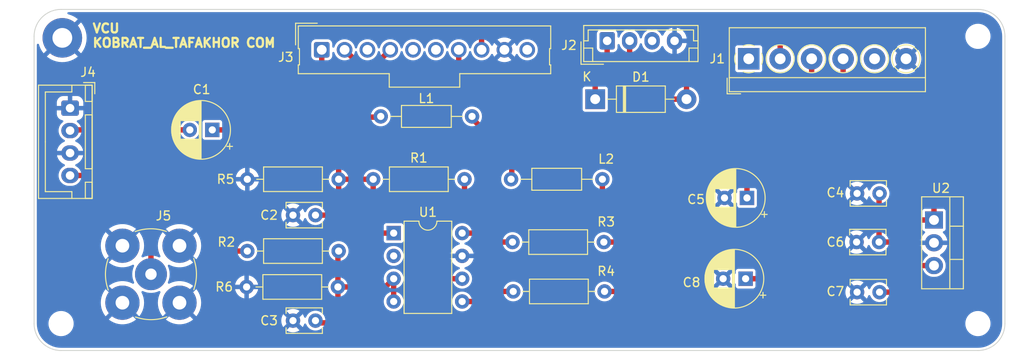
<source format=kicad_pcb>
(kicad_pcb (version 20221018) (generator pcbnew)
  (layers (0 "F.Cu" signal) (31 "B.Cu" power) (34 "B.Paste" user) (35 "F.Paste" user) (36 "B.SilkS" user "B.Silkscreen") (37 "F.SilkS" user "F.Silkscreen") (38 "B.Mask" user) (39 "F.Mask" user) (44 "Edge.Cuts" user))
  (net 0 "")
  (net 1 "Net-(U1-Vin)")
  (net 2 "/Video_1_to_C1")
  (net 3 "GND")
  (net 4 "Net-(U1-Vinb)")
  (net 5 "+8V")
  (net 6 "12V")
  (net 7 "Net-(U1-Vout)")
  (net 8 "Net-(U1-Voutb)")
  (net 10 "/TWISTED_PAIR_out_to_J2")
  (net 11 "/TWISTED_PAIR_outb_to_J2")
  (net 13 "/Video_2_to_J5")
  (net 14 "Net-(D1-A)")
  (net 15 "Net-(J3-Pin_7)")
  (net 16 "Net-(D1-K)")
  (net 18 "/J1_2_to_J3_8")
  (net 20 "/J3_1_to_L2")
  (net 21 "Net-(J3-Pin_2)")
  (footprint "Capacitor_THT:C_Disc_D3.8mm_W2.6mm_P2.50mm" (layer "F.Cu") (at 187.36 104 180)
    (fp_text reference "C6" (at 4.86 0 180) (layer "F.SilkS"))
    (fp_text value "100n")
    (pad "1" thru_hole circle (at 0 0 180) (size 1.6 1.6) (drill 0.8) (layers "*.Cu" "*.Mask") (net 6 "12V"))
    (pad "2" thru_hole circle (at 2.5 0 180) (size 1.6 1.6) (drill 0.8) (layers "*.Cu" "*.Mask") (net 3 "GND"))
  )
  (footprint "Package_DIP:DIP-8_W7.62mm" (layer "F.Cu") (at 133.36 103)
    (fp_text reference "U1" (at 3.81 -2.33) (layer "F.SilkS"))
    (fp_text value "EL2140")
    (pad "1" thru_hole rect (at 0 0) (size 1.6 1.6) (drill 0.8) (layers "*.Cu" "*.Mask") (net 1 "Net-(U1-Vin)"))
    (pad "2" thru_hole oval (at 0 2.54) (size 1.6 1.6) (drill 0.8) (layers "*.Cu" "*.Mask"))
    (pad "3" thru_hole oval (at 0 5.08) (size 1.6 1.6) (drill 0.8) (layers "*.Cu" "*.Mask") (net 4 "Net-(U1-Vinb)"))
    (pad "4" thru_hole oval (at 0 7.62) (size 1.6 1.6) (drill 0.8) (layers "*.Cu" "*.Mask") (net 4 "Net-(U1-Vinb)"))
    (pad "5" thru_hole oval (at 7.62 7.62) (size 1.6 1.6) (drill 0.8) (layers "*.Cu" "*.Mask") (net 8 "Net-(U1-Voutb)"))
    (pad "6" thru_hole oval (at 7.62 5.08) (size 1.6 1.6) (drill 0.8) (layers "*.Cu" "*.Mask") (net 5 "+8V"))
    (pad "7" thru_hole oval (at 7.62 2.54) (size 1.6 1.6) (drill 0.8) (layers "*.Cu" "*.Mask") (net 3 "GND"))
    (pad "8" thru_hole oval (at 7.62 0) (size 1.6 1.6) (drill 0.8) (layers "*.Cu" "*.Mask") (net 7 "Net-(U1-Vout)"))
  )
  (footprint "Connector_JST:JST_EH_B4B-EH-A_1x04_P2.50mm_Vertical" (layer "F.Cu") (at 157.11 81.58)
    (fp_text reference "J2" (at -4.25 0.5 180) (layer "F.SilkS"))
    (fp_text value "LEMO4")
    (pad "1" thru_hole roundrect (at 0 0) (size 1.7 1.95) (drill 0.95) (layers "*.Cu" "*.Mask") (roundrect_rratio 0.1470588235) (net 16 "Net-(D1-K)"))
    (pad "2" thru_hole oval (at 2.5 0) (size 1.7 1.95) (drill 0.95) (layers "*.Cu" "*.Mask") (net 14 "Net-(D1-A)"))
    (pad "3" thru_hole oval (at 5 0) (size 1.7 1.95) (drill 0.95) (layers "*.Cu" "*.Mask"))
    (pad "4" thru_hole oval (at 7.5 0) (size 1.7 1.95) (drill 0.95) (layers "*.Cu" "*.Mask") (net 3 "GND"))
  )
  (footprint "Resistor_THT:R_Axial_DIN0207_L6.3mm_D2.5mm_P10.16mm_Horizontal" (layer "F.Cu") (at 146.58 104)
    (fp_text reference "R3" (at 10.42 -2.25) (layer "F.SilkS"))
    (fp_text value "50R" hide)
    (pad "1" thru_hole circle (at 0 0) (size 1.6 1.6) (drill 0.8) (layers "*.Cu" "*.Mask") (net 7 "Net-(U1-Vout)"))
    (pad "2" thru_hole oval (at 10.16 0) (size 1.6 1.6) (drill 0.8) (layers "*.Cu" "*.Mask") (net 10 "/TWISTED_PAIR_out_to_J2"))
  )
  (footprint "Package_TO_SOT_THT:TO-220-3_Vertical" (layer "F.Cu") (at 193.47 101.54 -90)
    (fp_text reference "U2" (at -3.54 -0.78) (layer "F.SilkS"))
    (fp_text value "LM7808_TO220")
    (pad "1" thru_hole rect (at 0 0 270) (size 1.905 2) (drill 1.1) (layers "*.Cu" "*.Mask") (net 6 "12V"))
    (pad "2" thru_hole oval (at 2.54 0 270) (size 1.905 2) (drill 1.1) (layers "*.Cu" "*.Mask") (net 3 "GND"))
    (pad "3" thru_hole oval (at 5.08 0 270) (size 1.905 2) (drill 1.1) (layers "*.Cu" "*.Mask") (net 5 "+8V"))
  )
  (footprint "Resistor_THT:R_Axial_DIN0207_L6.3mm_D2.5mm_P10.16mm_Horizontal" (layer "F.Cu") (at 117.08 105)
    (fp_text reference "R2" (at -2.33 -1) (layer "F.SilkS"))
    (fp_text value "10k" hide)
    (pad "1" thru_hole circle (at 0 0) (size 1.6 1.6) (drill 0.8) (layers "*.Cu" "*.Mask") (net 5 "+8V"))
    (pad "2" thru_hole oval (at 10.16 0) (size 1.6 1.6) (drill 0.8) (layers "*.Cu" "*.Mask") (net 4 "Net-(U1-Vinb)"))
  )
  (footprint "Connector_Coaxial:BNC_TEConnectivity_1478204_Vertical" (layer "F.Cu") (at 106.36 107.58 180)
    (fp_text reference "J5" (at -1.39 6.5 180) (layer "F.SilkS"))
    (fp_text value "Conn_Coaxial" hide)
    (pad "1" thru_hole circle (at 0 0 180) (size 3.556 3.556) (drill 1.27) (layers "*.Cu" "*.Mask") (net 13 "/Video_2_to_J5"))
    (pad "2" thru_hole circle (at -3.175 -3.175 180) (size 3.81 3.81) (drill 1.524) (layers "*.Cu" "*.Mask") (net 3 "GND"))
    (pad "2" thru_hole circle (at -3.175 3.175 180) (size 3.81 3.81) (drill 1.524) (layers "*.Cu" "*.Mask") (net 3 "GND"))
    (pad "2" thru_hole circle (at 3.175 -3.175 180) (size 3.81 3.81) (drill 1.524) (layers "*.Cu" "*.Mask") (net 3 "GND"))
    (pad "2" thru_hole circle (at 3.175 3.175 180) (size 3.81 3.81) (drill 1.524) (layers "*.Cu" "*.Mask") (net 3 "GND"))
  )
  (footprint "MountingHole:MountingHole_2.2mm_M2" (layer "F.Cu") (at 198.36 113.08)
    (fp_text reference "H3")
    (fp_text value "MountingHole")
    (pad "" np_thru_hole circle (at 0 0) (size 2.2 2.2) (drill 2.2) (layers "*.Cu" "*.Mask"))
  )
  (footprint "TerminalBlock_4Ucon:TerminalBlock_4Ucon_1x06_P3.50mm_Horizontal" (layer "F.Cu") (at 172.86 83.58)
    (fp_text reference "J1" (at -3.5 0 180) (layer "F.SilkS"))
    (fp_text value "LEMO6")
    (pad "1" thru_hole rect (at 0 0) (size 2.4 2.4) (drill 1.2) (layers "*.Cu" "*.Mask"))
    (pad "2" thru_hole circle (at 3.5 0) (size 2.4 2.4) (drill 1.2) (layers "*.Cu" "*.Mask") (net 18 "/J1_2_to_J3_8"))
    (pad "3" thru_hole circle (at 7 0) (size 2.4 2.4) (drill 1.2) (layers "*.Cu" "*.Mask") (net 10 "/TWISTED_PAIR_out_to_J2"))
    (pad "4" thru_hole circle (at 10.5 0) (size 2.4 2.4) (drill 1.2) (layers "*.Cu" "*.Mask") (net 11 "/TWISTED_PAIR_outb_to_J2"))
    (pad "5" thru_hole circle (at 14 0) (size 2.4 2.4) (drill 1.2) (layers "*.Cu" "*.Mask"))
    (pad "6" thru_hole circle (at 17.5 0) (size 2.4 2.4) (drill 1.2) (layers "*.Cu" "*.Mask") (net 3 "GND"))
  )
  (footprint "Resistor_THT:R_Axial_DIN0207_L6.3mm_D2.5mm_P10.16mm_Horizontal" (layer "F.Cu") (at 127.16 109 180)
    (fp_text reference "R6" (at 12.66 0) (layer "F.SilkS"))
    (fp_text value "10k" hide)
    (pad "1" thru_hole circle (at 0 0 180) (size 1.6 1.6) (drill 0.8) (layers "*.Cu" "*.Mask") (net 4 "Net-(U1-Vinb)"))
    (pad "2" thru_hole oval (at 10.16 0 180) (size 1.6 1.6) (drill 0.8) (layers "*.Cu" "*.Mask") (net 3 "GND"))
  )
  (footprint "Inductor_THT:L_Axial_L5.3mm_D2.2mm_P10.16mm_Horizontal_Vishay_IM-1" (layer "F.Cu") (at 131.92 90)
    (fp_text reference "L1" (at 5.08 -2) (layer "F.SilkS"))
    (fp_text value "1uf")
    (pad "1" thru_hole circle (at 0 0) (size 1.6 1.6) (drill 0.8) (layers "*.Cu" "*.Mask") (net 20 "/J3_1_to_L2"))
    (pad "2" thru_hole oval (at 10.16 0) (size 1.6 1.6) (drill 0.8) (layers "*.Cu" "*.Mask") (net 14 "Net-(D1-A)"))
  )
  (footprint "Resistor_THT:R_Axial_DIN0207_L6.3mm_D2.5mm_P10.16mm_Horizontal" (layer "F.Cu") (at 131.08 97)
    (fp_text reference "R1" (at 5.08 -2.37) (layer "F.SilkS"))
    (fp_text value "10k" hide)
    (pad "1" thru_hole circle (at 0 0) (size 1.6 1.6) (drill 0.8) (layers "*.Cu" "*.Mask") (net 1 "Net-(U1-Vin)"))
    (pad "2" thru_hole oval (at 10.16 0) (size 1.6 1.6) (drill 0.8) (layers "*.Cu" "*.Mask") (net 5 "+8V"))
  )
  (footprint "MountingHole:MountingHole_2.2mm_M2" (layer "F.Cu") (at 198.36 81.08)
    (fp_text reference "H2")
    (fp_text value "MountingHole")
    (pad "" np_thru_hole circle (at 0 0) (size 2.2 2.2) (drill 2.2) (layers "*.Cu" "*.Mask"))
  )
  (footprint "Capacitor_THT:C_Disc_D3.8mm_W2.6mm_P2.50mm" (layer "F.Cu") (at 187.415 98.58 180)
    (fp_text reference "C4" (at 4.915 0.08 180) (layer "F.SilkS"))
    (fp_text value "100n")
    (pad "1" thru_hole circle (at 0 0 180) (size 1.6 1.6) (drill 0.8) (layers "*.Cu" "*.Mask") (net 6 "12V"))
    (pad "2" thru_hole circle (at 2.5 0 180) (size 1.6 1.6) (drill 0.8) (layers "*.Cu" "*.Mask") (net 3 "GND"))
  )
  (footprint "Inductor_THT:L_Axial_L5.3mm_D2.2mm_P10.16mm_Horizontal_Vishay_IM-1" (layer "F.Cu") (at 156.58 97 180)
    (fp_text reference "L2" (at -0.42 2.25) (layer "F.SilkS"))
    (fp_text value "1uf")
    (pad "1" thru_hole circle (at 0 0 180) (size 1.6 1.6) (drill 0.8) (layers "*.Cu" "*.Mask") (net 6 "12V"))
    (pad "2" thru_hole oval (at 10.16 0 180) (size 1.6 1.6) (drill 0.8) (layers "*.Cu" "*.Mask") (net 15 "Net-(J3-Pin_7)"))
  )
  (footprint "Capacitor_THT:C_Disc_D3.8mm_W2.6mm_P2.50mm" (layer "F.Cu") (at 124.66 112.75 180)
    (fp_text reference "C3" (at 5.16 0 180) (layer "F.SilkS"))
    (fp_text value "100n")
    (pad "1" thru_hole circle (at 0 0 180) (size 1.6 1.6) (drill 0.8) (layers "*.Cu" "*.Mask") (net 4 "Net-(U1-Vinb)"))
    (pad "2" thru_hole circle (at 2.5 0 180) (size 1.6 1.6) (drill 0.8) (layers "*.Cu" "*.Mask") (net 3 "GND"))
  )
  (footprint "Capacitor_THT:CP_Radial_D6.3mm_P2.50mm" (layer "F.Cu") (at 172.512651 108.08 180)
    (fp_text reference "C8" (at 6.012651 -0.42 180) (layer "F.SilkS"))
    (fp_text value "100u")
    (pad "1" thru_hole rect (at 0 0 180) (size 1.6 1.6) (drill 0.8) (layers "*.Cu" "*.Mask") (net 5 "+8V"))
    (pad "2" thru_hole circle (at 2.5 0 180) (size 1.6 1.6) (drill 0.8) (layers "*.Cu" "*.Mask") (net 3 "GND"))
  )
  (footprint "Diode_THT:D_DO-41_SOD81_P10.16mm_Horizontal" (layer "F.Cu") (at 155.78 88.08)
    (fp_text reference "D1" (at 5.08 -2.47) (layer "F.SilkS"))
    (fp_text value "1N4007")
    (fp_text user "K" (at -0.92 -2.5) (layer "F.SilkS"))
    (pad "1" thru_hole rect (at 0 0) (size 2.2 2.2) (drill 1.1) (layers "*.Cu" "*.Mask") (net 16 "Net-(D1-K)"))
    (pad "2" thru_hole oval (at 10.16 0) (size 2.2 2.2) (drill 1.1) (layers "*.Cu" "*.Mask") (net 14 "Net-(D1-A)"))
  )
  (footprint "Capacitor_THT:C_Disc_D3.8mm_W2.6mm_P2.50mm" (layer "F.Cu") (at 187.415 109.58 180)
    (fp_text reference "C7" (at 4.915 0.08 180) (layer "F.SilkS"))
    (fp_text value "100n")
    (pad "1" thru_hole circle (at 0 0 180) (size 1.6 1.6) (drill 0.8) (layers "*.Cu" "*.Mask") (net 5 "+8V"))
    (pad "2" thru_hole circle (at 2.5 0 180) (size 1.6 1.6) (drill 0.8) (layers "*.Cu" "*.Mask") (net 3 "GND"))
  )
  (footprint "Resistor_THT:R_Axial_DIN0207_L6.3mm_D2.5mm_P10.16mm_Horizontal" (layer "F.Cu") (at 146.66 109.5)
    (fp_text reference "R4" (at 10.34 -2.25) (layer "F.SilkS"))
    (fp_text value "50R" hide)
    (pad "1" thru_hole circle (at 0 0) (size 1.6 1.6) (drill 0.8) (layers "*.Cu" "*.Mask") (net 8 "Net-(U1-Voutb)"))
    (pad "2" thru_hole oval (at 10.16 0) (size 1.6 1.6) (drill 0.8) (layers "*.Cu" "*.Mask") (net 11 "/TWISTED_PAIR_outb_to_J2"))
  )
  (footprint "MountingHole:MountingHole_2.2mm_M2" (layer "F.Cu") (at 96.36 113.08)
    (fp_text reference "H4")
    (fp_text value "MountingHole")
    (pad "" np_thru_hole circle (at 0 0) (size 2.2 2.2) (drill 2.2) (layers "*.Cu" "*.Mask"))
  )
  (footprint "Resistor_THT:R_Axial_DIN0207_L6.3mm_D2.5mm_P10.16mm_Horizontal" (layer "F.Cu") (at 127.24 97 180)
    (fp_text reference "R5" (at 12.58 0) (layer "F.SilkS"))
    (fp_text value "75R" hide)
    (pad "1" thru_hole circle (at 0 0 180) (size 1.6 1.6) (drill 0.8) (layers "*.Cu" "*.Mask") (net 1 "Net-(U1-Vin)"))
    (pad "2" thru_hole oval (at 10.16 0 180) (size 1.6 1.6) (drill 0.8) (layers "*.Cu" "*.Mask") (net 3 "GND"))
  )
  (footprint "Connector_JST:JST_XH_B4B-XH-A_1x04_P2.50mm_Vertical" (layer "F.Cu") (at 97.36 89.08 -90)
    (fp_text reference "J4" (at -4 -2) (layer "F.SilkS"))
    (fp_text value "Conn_01x04_Male")
    (pad "1" thru_hole roundrect (at 0 0 270) (size 1.7 1.95) (drill 0.95) (layers "*.Cu" "*.Mask") (roundrect_rratio 0.1470588235) (net 3 "GND"))
    (pad "2" thru_hole oval (at 2.5 0 270) (size 1.7 1.95) (drill 0.95) (layers "*.Cu" "*.Mask") (net 2 "/Video_1_to_C1"))
    (pad "3" thru_hole oval (at 5 0 270) (size 1.7 1.95) (drill 0.95) (layers "*.Cu" "*.Mask") (net 3 "GND"))
    (pad "4" thru_hole oval (at 7.5 0 270) (size 1.7 1.95) (drill 0.95) (layers "*.Cu" "*.Mask") (net 13 "/Video_2_to_J5"))
  )
  (footprint "Capacitor_THT:CP_Radial_D6.3mm_P2.50mm" (layer "F.Cu") (at 172.665302 99.08 180)
    (fp_text reference "C5" (at 5.665302 -0.17 180) (layer "F.SilkS"))
    (fp_text value "4u7")
    (pad "1" thru_hole rect (at 0 0 180) (size 1.6 1.6) (drill 0.8) (layers "*.Cu" "*.Mask") (net 6 "12V"))
    (pad "2" thru_hole circle (at 2.5 0 180) (size 1.6 1.6) (drill 0.8) (layers "*.Cu" "*.Mask") (net 3 "GND"))
  )
  (footprint "Capacitor_THT:C_Disc_D3.8mm_W2.6mm_P2.50mm" (layer "F.Cu") (at 124.66 101 180)
    (fp_text reference "C2" (at 5.16 0 180) (layer "F.SilkS"))
    (fp_text value "680p")
    (pad "1" thru_hole circle (at 0 0 180) (size 1.6 1.6) (drill 0.8) (layers "*.Cu" "*.Mask") (net 1 "Net-(U1-Vin)"))
    (pad "2" thru_hole circle (at 2.5 0 180) (size 1.6 1.6) (drill 0.8) (layers "*.Cu" "*.Mask") (net 3 "GND"))
  )
  (footprint "Capacitor_THT:CP_Radial_D6.3mm_P2.50mm" (layer "F.Cu") (at 113.18238 91.5 180)
    (fp_text reference "C1" (at 1.18238 4.5 180) (layer "F.SilkS"))
    (fp_text value "220u")
    (pad "1" thru_hole rect (at 0 0 180) (size 1.6 1.6) (drill 0.8) (layers "*.Cu" "*.Mask") (net 1 "Net-(U1-Vin)"))
    (pad "2" thru_hole circle (at 2.5 0 180) (size 1.6 1.6) (drill 0.8) (layers "*.Cu" "*.Mask") (net 2 "/Video_1_to_C1"))
  )
  (footprint "MountingHole:MountingHole_2.2mm_M2_Pad" (layer "F.Cu") (at 96.5 81.25)
    (fp_text reference "H1")
    (fp_text value "MountingHole_Pad")
    (pad "1" thru_hole circle (at 0 0) (size 4.4 4.4) (drill 2.2) (layers "*.Cu" "*.Mask") (net 3 "GND"))
  )
  (footprint "Connector_Molex:Molex_SL_171971-0010_1x10_P2.54mm_Vertical" (layer "F.Cu") (at 125.36 82.58)
    (fp_text reference "J3" (at -4 0.825) (layer "F.SilkS"))
    (fp_text value "Conn_01x10_Male")
    (pad "1" thru_hole roundrect (at 0 0) (size 1.74 1.74) (drill 1.09) (layers "*.Cu" "*.Mask") (roundrect_rratio 0.1436781609) (net 20 "/J3_1_to_L2"))
    (pad "2" thru_hole circle (at 2.54 0) (size 1.74 1.74) (drill 1.09) (layers "*.Cu" "*.Mask") (net 21 "Net-(J3-Pin_2)"))
    (pad "3" thru_hole circle (at 5.08 0) (size 1.74 1.74) (drill 1.09) (layers "*.Cu" "*.Mask"))
    (pad "4" thru_hole circle (at 7.62 0) (size 1.74 1.74) (drill 1.09) (layers "*.Cu" "*.Mask") (net 21 "Net-(J3-Pin_2)"))
    (pad "5" thru_hole circle (at 10.16 0) (size 1.74 1.74) (drill 1.09) (layers "*.Cu" "*.Mask"))
    (pad "6" thru_hole circle (at 12.7 0) (size 1.74 1.74) (drill 1.09) (layers "*.Cu" "*.Mask"))
    (pad "7" thru_hole circle (at 15.24 0) (size 1.74 1.74) (drill 1.09) (layers "*.Cu" "*.Mask") (net 15 "Net-(J3-Pin_7)"))
    (pad "8" thru_hole circle (at 17.78 0) (size 1.74 1.74) (drill 1.09) (layers "*.Cu" "*.Mask") (net 18 "/J1_2_to_J3_8"))
    (pad "9" thru_hole circle (at 20.32 0) (size 1.74 1.74) (drill 1.09) (layers "*.Cu" "*.Mask") (net 3 "GND"))
    (pad "10" thru_hole circle (at 22.86 0) (size 1.74 1.74) (drill 1.09) (layers "*.Cu" "*.Mask"))
  )
  (gr_arc (start 93.36 81.08) (mid 94.23868 78.95868) (end 96.36 78.08) (stroke (width 0.1)) (layer "Edge.Cuts"))
  (gr_arc (start 201.36 113.08) (mid 200.48132 115.20132) (end 198.36 116.08) (stroke (width 0.1)) (layer "Edge.Cuts"))
  (gr_arc (start 198.36 78.08) (mid 200.48132 78.95868) (end 201.36 81.08) (stroke (width 0.1)) (layer "Edge.Cuts"))
  (gr_line (start 198.36 78.08) (end 96.36 78.08) (stroke (width 0.1)) (layer "Edge.Cuts"))
  (gr_arc (start 96.36 116.08) (mid 94.23868 115.20132) (end 93.36 113.08) (stroke (width 0.1)) (layer "Edge.Cuts"))
  (gr_line (start 201.36 81.08) (end 201.36 113.08) (stroke (width 0.1)) (layer "Edge.Cuts"))
  (gr_line (start 96.36 116.08) (end 198.36 116.08) (stroke (width 0.1)) (layer "Edge.Cuts"))
  (gr_line (start 93.36 81.08) (end 93.36 113.08) (stroke (width 0.1)) (layer "Edge.Cuts"))
  (gr_text "VCU\nKOBRAT_AL_TAFAKHOR COM" (at 99.75 81) (layer "F.SilkS") (effects (font (size 1 1) (thickness 0.25)) (justify left)))
  (segment (start 124.66 101) (end 126.36 101) (width 0.6) (layer "F.Cu") (net 1))
  (segment (start 131.08 97) (end 127.24 97) (width 0.6) (layer "F.Cu") (net 1))
  (segment (start 126.36 101) (end 127.24 100.12) (width 0.6) (layer "F.Cu") (net 1))
  (segment (start 131.08 97) (end 131.08 102.3) (width 0.6) (layer "F.Cu") (net 1))
  (segment (start 127.24 94.46) (end 127.24 97) (width 0.6) (layer "F.Cu") (net 1))
  (segment (start 131.08 102.3) (end 131.78 103) (width 0.6) (layer "F.Cu") (net 1))
  (segment (start 125.86 93.08) (end 127.24 94.46) (width 0.6) (layer "F.Cu") (net 1))
  (segment (start 127.24 100.12) (end 127.24 97) (width 0.6) (layer "F.Cu") (net 1))
  (segment (start 115.5 91.5) (end 117.08 93.08) (width 0.6) (layer "F.Cu") (net 1))
  (segment (start 113.18238 91.5) (end 115.5 91.5) (width 0.6) (layer "F.Cu") (net 1))
  (segment (start 117.08 93.08) (end 125.86 93.08) (width 0.6) (layer "F.Cu") (net 1))
  (segment (start 131.78 103) (end 133.36 103) (width 0.6) (layer "F.Cu") (net 1))
  (segment (start 97.44 91.5) (end 97.36 91.58) (width 0.6) (layer "F.Cu") (net 2))
  (segment (start 110.68238 91.5) (end 97.44 91.5) (width 0.6) (layer "F.Cu") (net 2))
  (segment (start 126.36 113) (end 127.16 112.2) (width 0.6) (layer "F.Cu") (net 4))
  (segment (start 127.16 105.08) (end 127.24 105) (width 0.6) (layer "F.Cu") (net 4))
  (segment (start 132.44 109) (end 133.36 108.08) (width 0.6) (layer "F.Cu") (net 4))
  (segment (start 127.16 112.2) (end 127.16 109) (width 0.6) (layer "F.Cu") (net 4))
  (segment (start 133.36 110.62) (end 133.36 108.08) (width 0.6) (layer "F.Cu") (net 4))
  (segment (start 127.16 109) (end 132.44 109) (width 0.6) (layer "F.Cu") (net 4))
  (segment (start 127.16 109) (end 127.16 105.08) (width 0.6) (layer "F.Cu") (net 4))
  (segment (start 124.66 113) (end 126.36 113) (width 0.6) (layer "F.Cu") (net 4))
  (segment (start 141.24 97) (end 141.24 98.7) (width 0.6) (layer "F.Cu") (net 5))
  (segment (start 189.979 109.58) (end 190 109.601) (width 0.25) (layer "F.Cu") (net 5))
  (segment (start 176.36 113.89) (end 176.36 108.966) (width 0.6) (layer "F.Cu") (net 5))
  (segment (start 136.86 114.75) (end 115.36 114.75) (width 0.6) (layer "F.Cu") (net 5))
  (segment (start 138.36 108.08) (end 137.36 109.08) (width 0.6) (layer "F.Cu") (net 5))
  (segment (start 114.36 105.58) (end 114.94 105) (width 0.6) (layer "F.Cu") (net 5))
  (segment (start 141.24 98.7) (end 137.36 102.58) (width 0.6) (layer "F.Cu") (net 5))
  (segment (start 140.98 108.08) (end 138.36 108.08) (width 0.6) (layer "F.Cu") (net 5))
  (segment (start 175.5 114.75) (end 176.36 113.89) (width 0.6) (layer "F.Cu") (net 5))
  (segment (start 188.92 114.75) (end 173.36 114.75) (width 0.6) (layer "F.Cu") (net 5))
  (segment (start 190 109.601) (end 190 107.322) (width 0.6) (layer "F.Cu") (net 5))
  (segment (start 190 113.75) (end 190 109.601) (width 0.6) (layer "F.Cu") (net 5))
  (segment (start 137.36 114) (end 136.61 114.75) (width 0.6) (layer "F.Cu") (net 5))
  (segment (start 137.36 102.58) (end 137.36 109.08) (width 0.6) (layer "F.Cu") (net 5))
  (segment (start 137 114.75) (end 173.5 114.75) (width 0.6) (layer "F.Cu") (net 5))
  (segment (start 190 113.75) (end 189 114.75) (width 0.6) (layer "F.Cu") (net 5))
  (segment (start 190 107.322) (end 190.702 106.62) (width 0.6) (layer "F.Cu") (net 5))
  (segment (start 115.36 114.75) (end 114.36 113.75) (width 0.6) (layer "F.Cu") (net 5))
  (segment (start 172.512651 108.08) (end 175.474 108.08) (width 0.6) (layer "F.Cu") (net 5))
  (segment (start 114.94 105) (end 117.08 105) (width 0.6) (layer "F.Cu") (net 5))
  (segment (start 172.512651 107.732651) (end 172.512651 108.08) (width 0.6) (layer "F.Cu") (net 5))
  (segment (start 193.47 106.62) (end 190.702 106.62) (width 0.6) (layer "F.Cu") (net 5))
  (segment (start 137.36 109.08) (end 137.36 114) (width 0.6) (layer "F.Cu") (net 5))
  (segment (start 187.415 109.58) (end 189.979 109.58) (width 0.6) (layer "F.Cu") (net 5))
  (segment (start 175.474 108.08) (end 176.36 108.966) (width 0.6) (layer "F.Cu") (net 5))
  (segment (start 114.36 113.75) (end 114.36 105.58) (width 0.6) (layer "F.Cu") (net 5))
  (segment (start 151.892 102.108) (end 153.416 100.584) (width 0.6) (layer "F.Cu") (net 6))
  (segment (start 191.87 94.08) (end 174.625 94.08) (width 0.6) (layer "F.Cu") (net 6))
  (segment (start 153.416 111.76) (end 151.892 110.236) (width 0.6) (layer "F.Cu") (net 6))
  (segment (start 156.58 99.452) (end 156.58 97) (width 0.6) (layer "F.Cu") (net 6))
  (segment (start 193.47 95.68) (end 191.87 94.08) (width 0.6) (layer "F.Cu") (net 6))
  (segment (start 189.116 104) (end 191.576 101.54) (width 0.6) (layer "F.Cu") (net 6))
  (segment (start 161.798 111.76) (end 153.416 111.76) (width 0.6) (layer "F.Cu") (net 6))
  (segment (start 153.416 100.584) (end 155.448 100.584) (width 0.6) (layer "F.Cu") (net 6))
  (segment (start 165.608 95.504) (end 165.608 107.95) (width 0.6) (layer "F.Cu") (net 6))
  (segment (start 165.608 107.95) (end 161.798 111.76) (width 0.6) (layer "F.Cu") (net 6))
  (segment (start 174.625 94.08) (end 167.032 94.08) (width 0.6) (layer "F.Cu") (net 6))
  (segment (start 167.032 94.08) (end 165.608 95.504) (width 0.6) (layer "F.Cu") (net 6))
  (segment (start 151.892 110.236) (end 151.892 102.108) (width 0.6) (layer "F.Cu") (net 6))
  (segment (start 172.665302 96.039698) (end 174.625 94.08) (width 0.6) (layer "F.Cu") (net 6))
  (segment (start 191.576 101.54) (end 193.47 101.54) (width 0.6) (layer "F.Cu") (net 6))
  (segment (start 172.665302 99.08) (end 172.665302 96.039698) (width 0.6) (layer "F.Cu") (net 6))
  (segment (start 193.47 101.54) (end 193.47 95.68) (width 0.6) (layer "F.Cu") (net 6))
  (segment (start 155.448 100.584) (end 156.58 99.452) (width 0.6) (layer "F.Cu") (net 6))
  (segment (start 187.36 104) (end 189.116 104) (width 0.6) (layer "F.Cu") (net 6))
  (segment (start 187.36 104) (end 187.36 98.635) (width 0.6) (layer "F.Cu") (net 6))
  (segment (start 187.36 98.635) (end 187.415 98.58) (width 0.25) (layer "F.Cu") (net 6))
  (segment (start 144.36 104) (end 146.58 104) (width 0.6) (layer "F.Cu") (net 7))
  (segment (start 143.36 103) (end 144.36 104) (width 0.6) (layer "F.Cu") (net 7))
  (segment (start 140.98 103) (end 143.36 103) (width 0.6) (layer "F.Cu") (net 7))
  (segment (start 143.24 110.62) (end 144.36 109.5) (width 0.6) (layer "F.Cu") (net 8))
  (segment (start 144.36 109.5) (end 146.66 109.5) (width 0.6) (layer "F.Cu") (net 8))
  (segment (start 140.98 110.62) (end 143.24 110.62) (width 0.6) (layer "F.Cu") (net 8))
  (segment (start 179.86 86.39) (end 179.86 83.58) (width 0.6) (layer "F.Cu") (net 10))
  (segment (start 156.74 104) (end 160.75 104) (width 0.6) (layer "F.Cu") (net 10))
  (segment (start 160.75 104) (end 162 102.75) (width 0.6) (layer "F.Cu") (net 10))
  (segment (start 162 102.75) (end 162 93) (width 0.6) (layer "F.Cu") (net 10))
  (segment (start 164.5 90.5) (end 175.75 90.5) (width 0.6) (layer "F.Cu") (net 10))
  (segment (start 162 93) (end 164.5 90.5) (width 0.6) (layer "F.Cu") (net 10))
  (segment (start 175.75 90.5) (end 179.86 86.39) (width 0.6) (layer "F.Cu") (net 10))
  (segment (start 176.86 92.58) (end 183.36 86.08) (width 0.6) (layer "F.Cu") (net 11))
  (segment (start 165.42 92.58) (end 176.86 92.58) (width 0.6) (layer "F.Cu") (net 11))
  (segment (start 183.36 86.08) (end 183.36 83.58) (width 0.6) (layer "F.Cu") (net 11))
  (segment (start 163.86 105.08) (end 163.86 94.14) (width 0.6) (layer "F.Cu") (net 11))
  (segment (start 163.86 94.14) (end 165.42 92.58) (width 0.6) (layer "F.Cu") (net 11))
  (segment (start 159.44 109.5) (end 163.86 105.08) (width 0.6) (layer "F.Cu") (net 11))
  (segment (start 156.82 109.5) (end 159.44 109.5) (width 0.6) (layer "F.Cu") (net 11))
  (segment (start 100.86 96.58) (end 106.36 102.08) (width 0.6) (layer "F.Cu") (net 13))
  (segment (start 106.36 102.08) (end 106.36 107.58) (width 0.6) (layer "F.Cu") (net 13))
  (segment (start 97.36 96.58) (end 100.86 96.58) (width 0.6) (layer "F.Cu") (net 13))
  (segment (start 159.61 83.33) (end 161.36 85.08) (width 0.6) (layer "F.Cu") (net 14))
  (segment (start 150 99.5) (end 145.28 99.5) (width 0.6) (layer "F.Cu") (net 14))
  (segment (start 165.94 86.16) (end 165.94 88.08) (width 0.6) (layer "F.Cu") (net 14))
  (segment (start 145.28 99.5) (end 143.86 98.08) (width 0.6) (layer "F.Cu") (net 14))
  (segment (start 161.36 85.08) (end 162.36 85.08) (width 0.6) (layer "F.Cu") (net 14))
  (segment (start 165.94 88.08) (end 162.92 88.08) (width 0.6) (layer "F.Cu") (net 14))
  (segment (start 159.61 81.58) (end 159.61 83.33) (width 0.6) (layer "F.Cu") (net 14))
  (segment (start 153 92.5) (end 151.5 94) (width 0.6) (layer "F.Cu") (net 14))
  (segment (start 158.5 92.5) (end 153 92.5) (width 0.6) (layer "F.Cu") (net 14))
  (segment (start 151.5 98) (end 150 99.5) (width 0.6) (layer "F.Cu") (net 14))
  (segment (start 162.36 85.08) (end 164.86 85.08) (width 0.6) (layer "F.Cu") (net 14))
  (segment (start 151.5 94) (end 151.5 98) (width 0.6) (layer "F.Cu") (net 14))
  (segment (start 162.92 88.08) (end 158.5 92.5) (width 0.6) (layer "F.Cu") (net 14))
  (segment (start 143.86 98.08) (end 143.86 92) (width 0.6) (layer "F.Cu") (net 14))
  (segment (start 164.86 85.08) (end 165.94 86.16) (width 0.6) (layer "F.Cu") (net 14))
  (segment (start 143.86 92) (end 141.94 90.08) (width 0.6) (layer "F.Cu") (net 14))
  (segment (start 146.5 91.22) (end 146.5 97) (width 0.6) (layer "F.Cu") (net 15))
  (segment (start 140.6 85.32) (end 146.5 91.22) (width 0.6) (layer "F.Cu") (net 15))
  (segment (start 140.6 82.58) (end 140.6 85.32) (width 0.6) (layer "F.Cu") (net 15))
  (segment (start 157.11 81.58) (end 157.11 83.33) (width 0.6) (layer "F.Cu") (net 16))
  (segment (start 157.11 83.33) (end 155.78 84.66) (width 0.6) (layer "F.Cu") (net 16))
  (segment (start 155.78 84.66) (end 155.78 88.08) (width 0.6) (layer "F.Cu") (net 16))
  (segment (start 143.14 82.58) (end 143.14 80.11) (width 0.6) (layer "F.Cu") (net 18))
  (segment (start 176.36 80.11) (end 176.36 83.58) (width 0.6) (layer "F.Cu") (net 18))
  (segment (start 144 79.25) (end 175.5 79.25) (width 0.6) (layer "F.Cu") (net 18))
  (segment (start 143.14 80.11) (end 144 79.25) (width 0.6) (layer "F.Cu") (net 18))
  (segment (start 175.5 79.25) (end 176.36 80.11) (width 0.6) (layer "F.Cu") (net 18))
  (segment (start 125.36 88.08) (end 127.36 90.08) (width 0.6) (layer "F.Cu") (net 20))
  (segment (start 125.36 82.58) (end 125.36 88.08) (width 0.6) (layer "F.Cu") (net 20))
  (segment (start 127.36 90.08) (end 131.78 90.08) (width 0.6) (layer "F.Cu") (net 20))
  (segment (start 127.9 82.58) (end 129.4 84.08) (width 0.6) (layer "F.Cu") (net 21))
  (segment (start 131.48 84.08) (end 132.98 82.58) (width 0.6) (layer "F.Cu") (net 21))
  (segment (start 129.4 84.08) (end 131.48 84.08) (width 0.6) (layer "F.Cu") (net 21))
  (zone (net 3) (net_name "GND") (layer "B.Cu") (connect_pads (clearance 0.3)) (min_thickness 0.25) (fill yes (thermal_gap 0.5) (thermal_bridge_width 0.5))
    (polygon (pts (xy 201.36 116.08) (xy 93.36 116.08) (xy 93.36 78.08) (xy 201.36 78.08)))
  )
)
</source>
